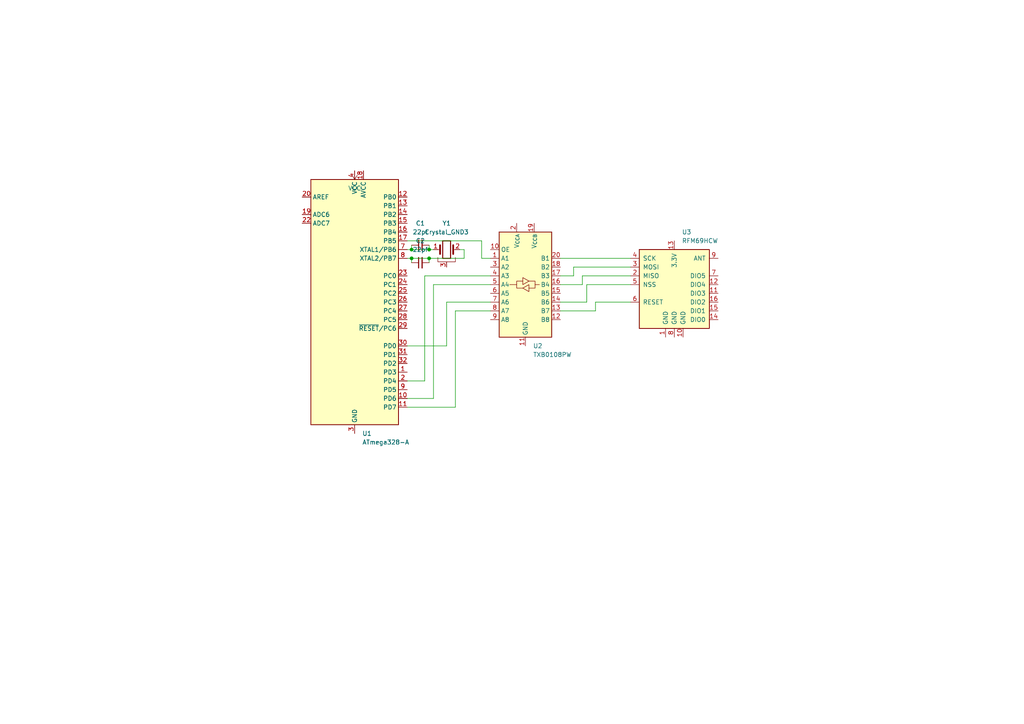
<source format=kicad_sch>
(kicad_sch
	(version 20231120)
	(generator "eeschema")
	(generator_version "8.0")
	(uuid "3e7488c1-c208-4089-bfed-6641a6c8f33f")
	(paper "A4")
	(lib_symbols
		(symbol "Device:C_Small"
			(pin_numbers hide)
			(pin_names
				(offset 0.254) hide)
			(exclude_from_sim no)
			(in_bom yes)
			(on_board yes)
			(property "Reference" "C"
				(at 0.254 1.778 0)
				(effects
					(font
						(size 1.27 1.27)
					)
					(justify left)
				)
			)
			(property "Value" "C_Small"
				(at 0.254 -2.032 0)
				(effects
					(font
						(size 1.27 1.27)
					)
					(justify left)
				)
			)
			(property "Footprint" ""
				(at 0 0 0)
				(effects
					(font
						(size 1.27 1.27)
					)
					(hide yes)
				)
			)
			(property "Datasheet" "~"
				(at 0 0 0)
				(effects
					(font
						(size 1.27 1.27)
					)
					(hide yes)
				)
			)
			(property "Description" "Unpolarized capacitor, small symbol"
				(at 0 0 0)
				(effects
					(font
						(size 1.27 1.27)
					)
					(hide yes)
				)
			)
			(property "ki_keywords" "capacitor cap"
				(at 0 0 0)
				(effects
					(font
						(size 1.27 1.27)
					)
					(hide yes)
				)
			)
			(property "ki_fp_filters" "C_*"
				(at 0 0 0)
				(effects
					(font
						(size 1.27 1.27)
					)
					(hide yes)
				)
			)
			(symbol "C_Small_0_1"
				(polyline
					(pts
						(xy -1.524 -0.508) (xy 1.524 -0.508)
					)
					(stroke
						(width 0.3302)
						(type default)
					)
					(fill
						(type none)
					)
				)
				(polyline
					(pts
						(xy -1.524 0.508) (xy 1.524 0.508)
					)
					(stroke
						(width 0.3048)
						(type default)
					)
					(fill
						(type none)
					)
				)
			)
			(symbol "C_Small_1_1"
				(pin passive line
					(at 0 2.54 270)
					(length 2.032)
					(name "~"
						(effects
							(font
								(size 1.27 1.27)
							)
						)
					)
					(number "1"
						(effects
							(font
								(size 1.27 1.27)
							)
						)
					)
				)
				(pin passive line
					(at 0 -2.54 90)
					(length 2.032)
					(name "~"
						(effects
							(font
								(size 1.27 1.27)
							)
						)
					)
					(number "2"
						(effects
							(font
								(size 1.27 1.27)
							)
						)
					)
				)
			)
		)
		(symbol "Device:Crystal_GND3"
			(pin_names
				(offset 1.016) hide)
			(exclude_from_sim no)
			(in_bom yes)
			(on_board yes)
			(property "Reference" "Y"
				(at 0 5.715 0)
				(effects
					(font
						(size 1.27 1.27)
					)
				)
			)
			(property "Value" "Crystal_GND3"
				(at 0 3.81 0)
				(effects
					(font
						(size 1.27 1.27)
					)
				)
			)
			(property "Footprint" ""
				(at 0 0 0)
				(effects
					(font
						(size 1.27 1.27)
					)
					(hide yes)
				)
			)
			(property "Datasheet" "~"
				(at 0 0 0)
				(effects
					(font
						(size 1.27 1.27)
					)
					(hide yes)
				)
			)
			(property "Description" "Three pin crystal, GND on pin 3"
				(at 0 0 0)
				(effects
					(font
						(size 1.27 1.27)
					)
					(hide yes)
				)
			)
			(property "ki_keywords" "quartz ceramic resonator oscillator"
				(at 0 0 0)
				(effects
					(font
						(size 1.27 1.27)
					)
					(hide yes)
				)
			)
			(property "ki_fp_filters" "Crystal*"
				(at 0 0 0)
				(effects
					(font
						(size 1.27 1.27)
					)
					(hide yes)
				)
			)
			(symbol "Crystal_GND3_0_1"
				(rectangle
					(start -1.143 2.54)
					(end 1.143 -2.54)
					(stroke
						(width 0.3048)
						(type default)
					)
					(fill
						(type none)
					)
				)
				(polyline
					(pts
						(xy -2.54 0) (xy -1.905 0)
					)
					(stroke
						(width 0)
						(type default)
					)
					(fill
						(type none)
					)
				)
				(polyline
					(pts
						(xy -1.905 -1.27) (xy -1.905 1.27)
					)
					(stroke
						(width 0.508)
						(type default)
					)
					(fill
						(type none)
					)
				)
				(polyline
					(pts
						(xy 0 -3.81) (xy 0 -3.556)
					)
					(stroke
						(width 0)
						(type default)
					)
					(fill
						(type none)
					)
				)
				(polyline
					(pts
						(xy 1.905 0) (xy 2.54 0)
					)
					(stroke
						(width 0)
						(type default)
					)
					(fill
						(type none)
					)
				)
				(polyline
					(pts
						(xy 1.905 1.27) (xy 1.905 -1.27)
					)
					(stroke
						(width 0.508)
						(type default)
					)
					(fill
						(type none)
					)
				)
				(polyline
					(pts
						(xy -2.54 -2.286) (xy -2.54 -3.556) (xy 2.54 -3.556) (xy 2.54 -2.286)
					)
					(stroke
						(width 0)
						(type default)
					)
					(fill
						(type none)
					)
				)
			)
			(symbol "Crystal_GND3_1_1"
				(pin passive line
					(at -3.81 0 0)
					(length 1.27)
					(name "1"
						(effects
							(font
								(size 1.27 1.27)
							)
						)
					)
					(number "1"
						(effects
							(font
								(size 1.27 1.27)
							)
						)
					)
				)
				(pin passive line
					(at 3.81 0 180)
					(length 1.27)
					(name "2"
						(effects
							(font
								(size 1.27 1.27)
							)
						)
					)
					(number "2"
						(effects
							(font
								(size 1.27 1.27)
							)
						)
					)
				)
				(pin passive line
					(at 0 -5.08 90)
					(length 1.27)
					(name "3"
						(effects
							(font
								(size 1.27 1.27)
							)
						)
					)
					(number "3"
						(effects
							(font
								(size 1.27 1.27)
							)
						)
					)
				)
			)
		)
		(symbol "Logic_LevelTranslator:TXB0108PW"
			(exclude_from_sim no)
			(in_bom yes)
			(on_board yes)
			(property "Reference" "U"
				(at -6.35 16.51 0)
				(effects
					(font
						(size 1.27 1.27)
					)
				)
			)
			(property "Value" "TXB0108PW"
				(at 3.81 16.51 0)
				(effects
					(font
						(size 1.27 1.27)
					)
					(justify left)
				)
			)
			(property "Footprint" "Package_SO:TSSOP-20_4.4x6.5mm_P0.65mm"
				(at 0 -19.05 0)
				(effects
					(font
						(size 1.27 1.27)
					)
					(hide yes)
				)
			)
			(property "Datasheet" "http://www.ti.com/lit/ds/symlink/txb0108.pdf"
				(at 0 -2.54 0)
				(effects
					(font
						(size 1.27 1.27)
					)
					(hide yes)
				)
			)
			(property "Description" "8-Bit Bidirectional Voltage-Level Translator, Auto Direction Sensing and ±15-kV ESD Protection, 1.2 - 3.6V APort, 1.65 - 5.5V BPort, TSSOP-20"
				(at 0 0 0)
				(effects
					(font
						(size 1.27 1.27)
					)
					(hide yes)
				)
			)
			(property "ki_keywords" "bidirectional voltage level translator"
				(at 0 0 0)
				(effects
					(font
						(size 1.27 1.27)
					)
					(hide yes)
				)
			)
			(property "ki_fp_filters" "TSSOP*4.4x6.5mm*P0.65mm*"
				(at 0 0 0)
				(effects
					(font
						(size 1.27 1.27)
					)
					(hide yes)
				)
			)
			(symbol "TXB0108PW_0_1"
				(rectangle
					(start -7.62 15.24)
					(end 7.62 -15.24)
					(stroke
						(width 0.254)
						(type default)
					)
					(fill
						(type background)
					)
				)
				(polyline
					(pts
						(xy -2.54 0) (xy -2.54 1.016) (xy -0.762 1.016)
					)
					(stroke
						(width 0)
						(type default)
					)
					(fill
						(type none)
					)
				)
				(polyline
					(pts
						(xy 2.794 0) (xy 2.794 -1.016) (xy 1.016 -1.016)
					)
					(stroke
						(width 0)
						(type default)
					)
					(fill
						(type none)
					)
				)
				(polyline
					(pts
						(xy -0.762 -1.016) (xy -2.54 -1.016) (xy -2.54 0) (xy -4.572 0)
					)
					(stroke
						(width 0)
						(type default)
					)
					(fill
						(type none)
					)
				)
				(polyline
					(pts
						(xy -0.762 -1.016) (xy 1.016 0) (xy 1.016 -2.032) (xy -0.762 -1.016)
					)
					(stroke
						(width 0)
						(type default)
					)
					(fill
						(type none)
					)
				)
				(polyline
					(pts
						(xy 1.016 1.016) (xy -0.762 0) (xy -0.762 2.032) (xy 1.016 1.016)
					)
					(stroke
						(width 0)
						(type default)
					)
					(fill
						(type none)
					)
				)
				(polyline
					(pts
						(xy 1.016 1.016) (xy 2.794 1.016) (xy 2.794 0) (xy 4.064 0)
					)
					(stroke
						(width 0)
						(type default)
					)
					(fill
						(type none)
					)
				)
			)
			(symbol "TXB0108PW_1_1"
				(pin bidirectional line
					(at -10.16 7.62 0)
					(length 2.54)
					(name "A1"
						(effects
							(font
								(size 1.27 1.27)
							)
						)
					)
					(number "1"
						(effects
							(font
								(size 1.27 1.27)
							)
						)
					)
				)
				(pin input line
					(at -10.16 10.16 0)
					(length 2.54)
					(name "OE"
						(effects
							(font
								(size 1.27 1.27)
							)
						)
					)
					(number "10"
						(effects
							(font
								(size 1.27 1.27)
							)
						)
					)
				)
				(pin power_in line
					(at 0 -17.78 90)
					(length 2.54)
					(name "GND"
						(effects
							(font
								(size 1.27 1.27)
							)
						)
					)
					(number "11"
						(effects
							(font
								(size 1.27 1.27)
							)
						)
					)
				)
				(pin bidirectional line
					(at 10.16 -10.16 180)
					(length 2.54)
					(name "B8"
						(effects
							(font
								(size 1.27 1.27)
							)
						)
					)
					(number "12"
						(effects
							(font
								(size 1.27 1.27)
							)
						)
					)
				)
				(pin bidirectional line
					(at 10.16 -7.62 180)
					(length 2.54)
					(name "B7"
						(effects
							(font
								(size 1.27 1.27)
							)
						)
					)
					(number "13"
						(effects
							(font
								(size 1.27 1.27)
							)
						)
					)
				)
				(pin bidirectional line
					(at 10.16 -5.08 180)
					(length 2.54)
					(name "B6"
						(effects
							(font
								(size 1.27 1.27)
							)
						)
					)
					(number "14"
						(effects
							(font
								(size 1.27 1.27)
							)
						)
					)
				)
				(pin bidirectional line
					(at 10.16 -2.54 180)
					(length 2.54)
					(name "B5"
						(effects
							(font
								(size 1.27 1.27)
							)
						)
					)
					(number "15"
						(effects
							(font
								(size 1.27 1.27)
							)
						)
					)
				)
				(pin bidirectional line
					(at 10.16 0 180)
					(length 2.54)
					(name "B4"
						(effects
							(font
								(size 1.27 1.27)
							)
						)
					)
					(number "16"
						(effects
							(font
								(size 1.27 1.27)
							)
						)
					)
				)
				(pin bidirectional line
					(at 10.16 2.54 180)
					(length 2.54)
					(name "B3"
						(effects
							(font
								(size 1.27 1.27)
							)
						)
					)
					(number "17"
						(effects
							(font
								(size 1.27 1.27)
							)
						)
					)
				)
				(pin bidirectional line
					(at 10.16 5.08 180)
					(length 2.54)
					(name "B2"
						(effects
							(font
								(size 1.27 1.27)
							)
						)
					)
					(number "18"
						(effects
							(font
								(size 1.27 1.27)
							)
						)
					)
				)
				(pin power_in line
					(at 2.54 17.78 270)
					(length 2.54)
					(name "V_{CCB}"
						(effects
							(font
								(size 1.27 1.27)
							)
						)
					)
					(number "19"
						(effects
							(font
								(size 1.27 1.27)
							)
						)
					)
				)
				(pin power_in line
					(at -2.54 17.78 270)
					(length 2.54)
					(name "V_{CCA}"
						(effects
							(font
								(size 1.27 1.27)
							)
						)
					)
					(number "2"
						(effects
							(font
								(size 1.27 1.27)
							)
						)
					)
				)
				(pin bidirectional line
					(at 10.16 7.62 180)
					(length 2.54)
					(name "B1"
						(effects
							(font
								(size 1.27 1.27)
							)
						)
					)
					(number "20"
						(effects
							(font
								(size 1.27 1.27)
							)
						)
					)
				)
				(pin bidirectional line
					(at -10.16 5.08 0)
					(length 2.54)
					(name "A2"
						(effects
							(font
								(size 1.27 1.27)
							)
						)
					)
					(number "3"
						(effects
							(font
								(size 1.27 1.27)
							)
						)
					)
				)
				(pin bidirectional line
					(at -10.16 2.54 0)
					(length 2.54)
					(name "A3"
						(effects
							(font
								(size 1.27 1.27)
							)
						)
					)
					(number "4"
						(effects
							(font
								(size 1.27 1.27)
							)
						)
					)
				)
				(pin bidirectional line
					(at -10.16 0 0)
					(length 2.54)
					(name "A4"
						(effects
							(font
								(size 1.27 1.27)
							)
						)
					)
					(number "5"
						(effects
							(font
								(size 1.27 1.27)
							)
						)
					)
				)
				(pin bidirectional line
					(at -10.16 -2.54 0)
					(length 2.54)
					(name "A5"
						(effects
							(font
								(size 1.27 1.27)
							)
						)
					)
					(number "6"
						(effects
							(font
								(size 1.27 1.27)
							)
						)
					)
				)
				(pin bidirectional line
					(at -10.16 -5.08 0)
					(length 2.54)
					(name "A6"
						(effects
							(font
								(size 1.27 1.27)
							)
						)
					)
					(number "7"
						(effects
							(font
								(size 1.27 1.27)
							)
						)
					)
				)
				(pin bidirectional line
					(at -10.16 -7.62 0)
					(length 2.54)
					(name "A7"
						(effects
							(font
								(size 1.27 1.27)
							)
						)
					)
					(number "8"
						(effects
							(font
								(size 1.27 1.27)
							)
						)
					)
				)
				(pin bidirectional line
					(at -10.16 -10.16 0)
					(length 2.54)
					(name "A8"
						(effects
							(font
								(size 1.27 1.27)
							)
						)
					)
					(number "9"
						(effects
							(font
								(size 1.27 1.27)
							)
						)
					)
				)
			)
		)
		(symbol "MCU_Microchip_ATmega:ATmega328-A"
			(exclude_from_sim no)
			(in_bom yes)
			(on_board yes)
			(property "Reference" "U"
				(at -12.7 36.83 0)
				(effects
					(font
						(size 1.27 1.27)
					)
					(justify left bottom)
				)
			)
			(property "Value" "ATmega328-A"
				(at 2.54 -36.83 0)
				(effects
					(font
						(size 1.27 1.27)
					)
					(justify left top)
				)
			)
			(property "Footprint" "Package_QFP:TQFP-32_7x7mm_P0.8mm"
				(at 0 0 0)
				(effects
					(font
						(size 1.27 1.27)
						(italic yes)
					)
					(hide yes)
				)
			)
			(property "Datasheet" "http://ww1.microchip.com/downloads/en/DeviceDoc/ATmega328_P%20AVR%20MCU%20with%20picoPower%20Technology%20Data%20Sheet%2040001984A.pdf"
				(at 0 0 0)
				(effects
					(font
						(size 1.27 1.27)
					)
					(hide yes)
				)
			)
			(property "Description" "20MHz, 32kB Flash, 2kB SRAM, 1kB EEPROM, TQFP-32"
				(at 0 0 0)
				(effects
					(font
						(size 1.27 1.27)
					)
					(hide yes)
				)
			)
			(property "ki_keywords" "AVR 8bit Microcontroller MegaAVR"
				(at 0 0 0)
				(effects
					(font
						(size 1.27 1.27)
					)
					(hide yes)
				)
			)
			(property "ki_fp_filters" "TQFP*7x7mm*P0.8mm*"
				(at 0 0 0)
				(effects
					(font
						(size 1.27 1.27)
					)
					(hide yes)
				)
			)
			(symbol "ATmega328-A_0_1"
				(rectangle
					(start -12.7 -35.56)
					(end 12.7 35.56)
					(stroke
						(width 0.254)
						(type default)
					)
					(fill
						(type background)
					)
				)
			)
			(symbol "ATmega328-A_1_1"
				(pin bidirectional line
					(at 15.24 -20.32 180)
					(length 2.54)
					(name "PD3"
						(effects
							(font
								(size 1.27 1.27)
							)
						)
					)
					(number "1"
						(effects
							(font
								(size 1.27 1.27)
							)
						)
					)
				)
				(pin bidirectional line
					(at 15.24 -27.94 180)
					(length 2.54)
					(name "PD6"
						(effects
							(font
								(size 1.27 1.27)
							)
						)
					)
					(number "10"
						(effects
							(font
								(size 1.27 1.27)
							)
						)
					)
				)
				(pin bidirectional line
					(at 15.24 -30.48 180)
					(length 2.54)
					(name "PD7"
						(effects
							(font
								(size 1.27 1.27)
							)
						)
					)
					(number "11"
						(effects
							(font
								(size 1.27 1.27)
							)
						)
					)
				)
				(pin bidirectional line
					(at 15.24 30.48 180)
					(length 2.54)
					(name "PB0"
						(effects
							(font
								(size 1.27 1.27)
							)
						)
					)
					(number "12"
						(effects
							(font
								(size 1.27 1.27)
							)
						)
					)
				)
				(pin bidirectional line
					(at 15.24 27.94 180)
					(length 2.54)
					(name "PB1"
						(effects
							(font
								(size 1.27 1.27)
							)
						)
					)
					(number "13"
						(effects
							(font
								(size 1.27 1.27)
							)
						)
					)
				)
				(pin bidirectional line
					(at 15.24 25.4 180)
					(length 2.54)
					(name "PB2"
						(effects
							(font
								(size 1.27 1.27)
							)
						)
					)
					(number "14"
						(effects
							(font
								(size 1.27 1.27)
							)
						)
					)
				)
				(pin bidirectional line
					(at 15.24 22.86 180)
					(length 2.54)
					(name "PB3"
						(effects
							(font
								(size 1.27 1.27)
							)
						)
					)
					(number "15"
						(effects
							(font
								(size 1.27 1.27)
							)
						)
					)
				)
				(pin bidirectional line
					(at 15.24 20.32 180)
					(length 2.54)
					(name "PB4"
						(effects
							(font
								(size 1.27 1.27)
							)
						)
					)
					(number "16"
						(effects
							(font
								(size 1.27 1.27)
							)
						)
					)
				)
				(pin bidirectional line
					(at 15.24 17.78 180)
					(length 2.54)
					(name "PB5"
						(effects
							(font
								(size 1.27 1.27)
							)
						)
					)
					(number "17"
						(effects
							(font
								(size 1.27 1.27)
							)
						)
					)
				)
				(pin power_in line
					(at 2.54 38.1 270)
					(length 2.54)
					(name "AVCC"
						(effects
							(font
								(size 1.27 1.27)
							)
						)
					)
					(number "18"
						(effects
							(font
								(size 1.27 1.27)
							)
						)
					)
				)
				(pin input line
					(at -15.24 25.4 0)
					(length 2.54)
					(name "ADC6"
						(effects
							(font
								(size 1.27 1.27)
							)
						)
					)
					(number "19"
						(effects
							(font
								(size 1.27 1.27)
							)
						)
					)
				)
				(pin bidirectional line
					(at 15.24 -22.86 180)
					(length 2.54)
					(name "PD4"
						(effects
							(font
								(size 1.27 1.27)
							)
						)
					)
					(number "2"
						(effects
							(font
								(size 1.27 1.27)
							)
						)
					)
				)
				(pin passive line
					(at -15.24 30.48 0)
					(length 2.54)
					(name "AREF"
						(effects
							(font
								(size 1.27 1.27)
							)
						)
					)
					(number "20"
						(effects
							(font
								(size 1.27 1.27)
							)
						)
					)
				)
				(pin passive line
					(at 0 -38.1 90)
					(length 2.54) hide
					(name "GND"
						(effects
							(font
								(size 1.27 1.27)
							)
						)
					)
					(number "21"
						(effects
							(font
								(size 1.27 1.27)
							)
						)
					)
				)
				(pin input line
					(at -15.24 22.86 0)
					(length 2.54)
					(name "ADC7"
						(effects
							(font
								(size 1.27 1.27)
							)
						)
					)
					(number "22"
						(effects
							(font
								(size 1.27 1.27)
							)
						)
					)
				)
				(pin bidirectional line
					(at 15.24 7.62 180)
					(length 2.54)
					(name "PC0"
						(effects
							(font
								(size 1.27 1.27)
							)
						)
					)
					(number "23"
						(effects
							(font
								(size 1.27 1.27)
							)
						)
					)
				)
				(pin bidirectional line
					(at 15.24 5.08 180)
					(length 2.54)
					(name "PC1"
						(effects
							(font
								(size 1.27 1.27)
							)
						)
					)
					(number "24"
						(effects
							(font
								(size 1.27 1.27)
							)
						)
					)
				)
				(pin bidirectional line
					(at 15.24 2.54 180)
					(length 2.54)
					(name "PC2"
						(effects
							(font
								(size 1.27 1.27)
							)
						)
					)
					(number "25"
						(effects
							(font
								(size 1.27 1.27)
							)
						)
					)
				)
				(pin bidirectional line
					(at 15.24 0 180)
					(length 2.54)
					(name "PC3"
						(effects
							(font
								(size 1.27 1.27)
							)
						)
					)
					(number "26"
						(effects
							(font
								(size 1.27 1.27)
							)
						)
					)
				)
				(pin bidirectional line
					(at 15.24 -2.54 180)
					(length 2.54)
					(name "PC4"
						(effects
							(font
								(size 1.27 1.27)
							)
						)
					)
					(number "27"
						(effects
							(font
								(size 1.27 1.27)
							)
						)
					)
				)
				(pin bidirectional line
					(at 15.24 -5.08 180)
					(length 2.54)
					(name "PC5"
						(effects
							(font
								(size 1.27 1.27)
							)
						)
					)
					(number "28"
						(effects
							(font
								(size 1.27 1.27)
							)
						)
					)
				)
				(pin bidirectional line
					(at 15.24 -7.62 180)
					(length 2.54)
					(name "~{RESET}/PC6"
						(effects
							(font
								(size 1.27 1.27)
							)
						)
					)
					(number "29"
						(effects
							(font
								(size 1.27 1.27)
							)
						)
					)
				)
				(pin power_in line
					(at 0 -38.1 90)
					(length 2.54)
					(name "GND"
						(effects
							(font
								(size 1.27 1.27)
							)
						)
					)
					(number "3"
						(effects
							(font
								(size 1.27 1.27)
							)
						)
					)
				)
				(pin bidirectional line
					(at 15.24 -12.7 180)
					(length 2.54)
					(name "PD0"
						(effects
							(font
								(size 1.27 1.27)
							)
						)
					)
					(number "30"
						(effects
							(font
								(size 1.27 1.27)
							)
						)
					)
				)
				(pin bidirectional line
					(at 15.24 -15.24 180)
					(length 2.54)
					(name "PD1"
						(effects
							(font
								(size 1.27 1.27)
							)
						)
					)
					(number "31"
						(effects
							(font
								(size 1.27 1.27)
							)
						)
					)
				)
				(pin bidirectional line
					(at 15.24 -17.78 180)
					(length 2.54)
					(name "PD2"
						(effects
							(font
								(size 1.27 1.27)
							)
						)
					)
					(number "32"
						(effects
							(font
								(size 1.27 1.27)
							)
						)
					)
				)
				(pin power_in line
					(at 0 38.1 270)
					(length 2.54)
					(name "VCC"
						(effects
							(font
								(size 1.27 1.27)
							)
						)
					)
					(number "4"
						(effects
							(font
								(size 1.27 1.27)
							)
						)
					)
				)
				(pin passive line
					(at 0 -38.1 90)
					(length 2.54) hide
					(name "GND"
						(effects
							(font
								(size 1.27 1.27)
							)
						)
					)
					(number "5"
						(effects
							(font
								(size 1.27 1.27)
							)
						)
					)
				)
				(pin passive line
					(at 0 38.1 270)
					(length 2.54) hide
					(name "VCC"
						(effects
							(font
								(size 1.27 1.27)
							)
						)
					)
					(number "6"
						(effects
							(font
								(size 1.27 1.27)
							)
						)
					)
				)
				(pin bidirectional line
					(at 15.24 15.24 180)
					(length 2.54)
					(name "XTAL1/PB6"
						(effects
							(font
								(size 1.27 1.27)
							)
						)
					)
					(number "7"
						(effects
							(font
								(size 1.27 1.27)
							)
						)
					)
				)
				(pin bidirectional line
					(at 15.24 12.7 180)
					(length 2.54)
					(name "XTAL2/PB7"
						(effects
							(font
								(size 1.27 1.27)
							)
						)
					)
					(number "8"
						(effects
							(font
								(size 1.27 1.27)
							)
						)
					)
				)
				(pin bidirectional line
					(at 15.24 -25.4 180)
					(length 2.54)
					(name "PD5"
						(effects
							(font
								(size 1.27 1.27)
							)
						)
					)
					(number "9"
						(effects
							(font
								(size 1.27 1.27)
							)
						)
					)
				)
			)
		)
		(symbol "RF_Module:RFM69HCW"
			(pin_names
				(offset 1.016)
			)
			(exclude_from_sim no)
			(in_bom yes)
			(on_board yes)
			(property "Reference" "U"
				(at -10.414 11.684 0)
				(effects
					(font
						(size 1.27 1.27)
					)
					(justify left)
				)
			)
			(property "Value" "RFM69HCW"
				(at 1.524 11.43 0)
				(effects
					(font
						(size 1.27 1.27)
					)
					(justify left)
				)
			)
			(property "Footprint" ""
				(at -83.82 41.91 0)
				(effects
					(font
						(size 1.27 1.27)
					)
					(hide yes)
				)
			)
			(property "Datasheet" "https://www.hoperf.com/data/upload/portal/20181127/5bfcb8284d838.pdf"
				(at -83.82 41.91 0)
				(effects
					(font
						(size 1.27 1.27)
					)
					(hide yes)
				)
			)
			(property "Description" "Low power ISM Radio Transceiver Module, SPI interface, AES encryption, 434 or 915 MHz, up to 100mW, up to 300 kb/s, SMD-16, DIP-16"
				(at 0 0 0)
				(effects
					(font
						(size 1.27 1.27)
					)
					(hide yes)
				)
			)
			(property "ki_keywords" "low power Radio ISM Transceiver Module AES encryption SPI HopeRF"
				(at 0 0 0)
				(effects
					(font
						(size 1.27 1.27)
					)
					(hide yes)
				)
			)
			(property "ki_fp_filters" "HOPERF*RFM9XW*"
				(at 0 0 0)
				(effects
					(font
						(size 1.27 1.27)
					)
					(hide yes)
				)
			)
			(symbol "RFM69HCW_0_1"
				(rectangle
					(start -10.16 10.16)
					(end 10.16 -12.7)
					(stroke
						(width 0.254)
						(type default)
					)
					(fill
						(type background)
					)
				)
			)
			(symbol "RFM69HCW_1_1"
				(pin power_in line
					(at -2.54 -15.24 90)
					(length 2.54)
					(name "GND"
						(effects
							(font
								(size 1.27 1.27)
							)
						)
					)
					(number "1"
						(effects
							(font
								(size 1.27 1.27)
							)
						)
					)
				)
				(pin power_in line
					(at 2.54 -15.24 90)
					(length 2.54)
					(name "GND"
						(effects
							(font
								(size 1.27 1.27)
							)
						)
					)
					(number "10"
						(effects
							(font
								(size 1.27 1.27)
							)
						)
					)
				)
				(pin bidirectional line
					(at 12.7 -2.54 180)
					(length 2.54)
					(name "DIO3"
						(effects
							(font
								(size 1.27 1.27)
							)
						)
					)
					(number "11"
						(effects
							(font
								(size 1.27 1.27)
							)
						)
					)
				)
				(pin bidirectional line
					(at 12.7 0 180)
					(length 2.54)
					(name "DIO4"
						(effects
							(font
								(size 1.27 1.27)
							)
						)
					)
					(number "12"
						(effects
							(font
								(size 1.27 1.27)
							)
						)
					)
				)
				(pin power_in line
					(at 0 12.7 270)
					(length 2.54)
					(name "3.3V"
						(effects
							(font
								(size 1.27 1.27)
							)
						)
					)
					(number "13"
						(effects
							(font
								(size 1.27 1.27)
							)
						)
					)
				)
				(pin bidirectional line
					(at 12.7 -10.16 180)
					(length 2.54)
					(name "DIO0"
						(effects
							(font
								(size 1.27 1.27)
							)
						)
					)
					(number "14"
						(effects
							(font
								(size 1.27 1.27)
							)
						)
					)
				)
				(pin bidirectional line
					(at 12.7 -7.62 180)
					(length 2.54)
					(name "DIO1"
						(effects
							(font
								(size 1.27 1.27)
							)
						)
					)
					(number "15"
						(effects
							(font
								(size 1.27 1.27)
							)
						)
					)
				)
				(pin bidirectional line
					(at 12.7 -5.08 180)
					(length 2.54)
					(name "DIO2"
						(effects
							(font
								(size 1.27 1.27)
							)
						)
					)
					(number "16"
						(effects
							(font
								(size 1.27 1.27)
							)
						)
					)
				)
				(pin output line
					(at -12.7 2.54 0)
					(length 2.54)
					(name "MISO"
						(effects
							(font
								(size 1.27 1.27)
							)
						)
					)
					(number "2"
						(effects
							(font
								(size 1.27 1.27)
							)
						)
					)
				)
				(pin input line
					(at -12.7 5.08 0)
					(length 2.54)
					(name "MOSI"
						(effects
							(font
								(size 1.27 1.27)
							)
						)
					)
					(number "3"
						(effects
							(font
								(size 1.27 1.27)
							)
						)
					)
				)
				(pin input line
					(at -12.7 7.62 0)
					(length 2.54)
					(name "SCK"
						(effects
							(font
								(size 1.27 1.27)
							)
						)
					)
					(number "4"
						(effects
							(font
								(size 1.27 1.27)
							)
						)
					)
				)
				(pin input line
					(at -12.7 0 0)
					(length 2.54)
					(name "NSS"
						(effects
							(font
								(size 1.27 1.27)
							)
						)
					)
					(number "5"
						(effects
							(font
								(size 1.27 1.27)
							)
						)
					)
				)
				(pin bidirectional line
					(at -12.7 -5.08 0)
					(length 2.54)
					(name "RESET"
						(effects
							(font
								(size 1.27 1.27)
							)
						)
					)
					(number "6"
						(effects
							(font
								(size 1.27 1.27)
							)
						)
					)
				)
				(pin bidirectional line
					(at 12.7 2.54 180)
					(length 2.54)
					(name "DIO5"
						(effects
							(font
								(size 1.27 1.27)
							)
						)
					)
					(number "7"
						(effects
							(font
								(size 1.27 1.27)
							)
						)
					)
				)
				(pin power_in line
					(at 0 -15.24 90)
					(length 2.54)
					(name "GND"
						(effects
							(font
								(size 1.27 1.27)
							)
						)
					)
					(number "8"
						(effects
							(font
								(size 1.27 1.27)
							)
						)
					)
				)
				(pin bidirectional line
					(at 12.7 7.62 180)
					(length 2.54)
					(name "ANT"
						(effects
							(font
								(size 1.27 1.27)
							)
						)
					)
					(number "9"
						(effects
							(font
								(size 1.27 1.27)
							)
						)
					)
				)
			)
		)
		(symbol "power:VCC"
			(power)
			(pin_numbers hide)
			(pin_names
				(offset 0) hide)
			(exclude_from_sim no)
			(in_bom yes)
			(on_board yes)
			(property "Reference" "#PWR"
				(at 0 -3.81 0)
				(effects
					(font
						(size 1.27 1.27)
					)
					(hide yes)
				)
			)
			(property "Value" "VCC"
				(at 0 3.556 0)
				(effects
					(font
						(size 1.27 1.27)
					)
				)
			)
			(property "Footprint" ""
				(at 0 0 0)
				(effects
					(font
						(size 1.27 1.27)
					)
					(hide yes)
				)
			)
			(property "Datasheet" ""
				(at 0 0 0)
				(effects
					(font
						(size 1.27 1.27)
					)
					(hide yes)
				)
			)
			(property "Description" "Power symbol creates a global label with name \"VCC\""
				(at 0 0 0)
				(effects
					(font
						(size 1.27 1.27)
					)
					(hide yes)
				)
			)
			(property "ki_keywords" "global power"
				(at 0 0 0)
				(effects
					(font
						(size 1.27 1.27)
					)
					(hide yes)
				)
			)
			(symbol "VCC_0_1"
				(polyline
					(pts
						(xy -0.762 1.27) (xy 0 2.54)
					)
					(stroke
						(width 0)
						(type default)
					)
					(fill
						(type none)
					)
				)
				(polyline
					(pts
						(xy 0 0) (xy 0 2.54)
					)
					(stroke
						(width 0)
						(type default)
					)
					(fill
						(type none)
					)
				)
				(polyline
					(pts
						(xy 0 2.54) (xy 0.762 1.27)
					)
					(stroke
						(width 0)
						(type default)
					)
					(fill
						(type none)
					)
				)
			)
			(symbol "VCC_1_1"
				(pin power_in line
					(at 0 0 90)
					(length 0)
					(name "~"
						(effects
							(font
								(size 1.27 1.27)
							)
						)
					)
					(number "1"
						(effects
							(font
								(size 1.27 1.27)
							)
						)
					)
				)
			)
		)
	)
	(junction
		(at 119.38 74.93)
		(diameter 0)
		(color 0 0 0 0)
		(uuid "6a0ae785-dbee-4b79-85cb-67530795e188")
	)
	(junction
		(at 119.38 72.39)
		(diameter 0)
		(color 0 0 0 0)
		(uuid "b1405f4d-1ea8-4760-841b-a87674066a13")
	)
	(junction
		(at 124.46 72.39)
		(diameter 0)
		(color 0 0 0 0)
		(uuid "d680ae48-eff8-4f36-8c7b-87642e82f262")
	)
	(junction
		(at 124.46 74.93)
		(diameter 0)
		(color 0 0 0 0)
		(uuid "d9e0b6a1-884e-4194-a9fb-bf4c61d0bd1a")
	)
	(wire
		(pts
			(xy 166.37 77.47) (xy 166.37 80.01)
		)
		(stroke
			(width 0)
			(type default)
		)
		(uuid "01cbc009-3f26-43a1-8ed0-1add505a4fec")
	)
	(wire
		(pts
			(xy 124.46 71.12) (xy 124.46 72.39)
		)
		(stroke
			(width 0)
			(type default)
		)
		(uuid "092a867a-75cf-4717-b5bb-3ddf0a5fa1b5")
	)
	(wire
		(pts
			(xy 166.37 80.01) (xy 162.56 80.01)
		)
		(stroke
			(width 0)
			(type default)
		)
		(uuid "124a5f72-0f4e-4dbb-95d9-e38fb17ec0c7")
	)
	(wire
		(pts
			(xy 168.91 80.01) (xy 168.91 82.55)
		)
		(stroke
			(width 0)
			(type default)
		)
		(uuid "177dacf4-bcd2-43c7-acdd-1550c5a7d8fc")
	)
	(wire
		(pts
			(xy 142.24 90.17) (xy 132.08 90.17)
		)
		(stroke
			(width 0)
			(type default)
		)
		(uuid "1c94aa02-584b-460d-8177-37c8c851ccfe")
	)
	(wire
		(pts
			(xy 172.72 87.63) (xy 172.72 90.17)
		)
		(stroke
			(width 0)
			(type default)
		)
		(uuid "2ca2e84c-3aa7-4e26-8853-a81138892325")
	)
	(wire
		(pts
			(xy 133.35 72.39) (xy 134.62 72.39)
		)
		(stroke
			(width 0)
			(type default)
		)
		(uuid "2ced07da-4781-45d7-b7dc-c8dfe2171bcc")
	)
	(wire
		(pts
			(xy 124.46 74.93) (xy 134.62 74.93)
		)
		(stroke
			(width 0)
			(type default)
		)
		(uuid "3178bd4d-0c3f-4745-8d54-a234823e946a")
	)
	(wire
		(pts
			(xy 125.73 82.55) (xy 125.73 115.57)
		)
		(stroke
			(width 0)
			(type default)
		)
		(uuid "3370b30d-4448-46be-b277-28a16635e761")
	)
	(wire
		(pts
			(xy 172.72 90.17) (xy 162.56 90.17)
		)
		(stroke
			(width 0)
			(type default)
		)
		(uuid "3dcd8767-e0c7-45d0-a37e-ce358c7bea82")
	)
	(wire
		(pts
			(xy 182.88 87.63) (xy 172.72 87.63)
		)
		(stroke
			(width 0)
			(type default)
		)
		(uuid "4fda7147-06aa-4140-b346-06a6bdfabb29")
	)
	(wire
		(pts
			(xy 124.46 72.39) (xy 125.73 72.39)
		)
		(stroke
			(width 0)
			(type default)
		)
		(uuid "5b3ef925-0e4d-4bb6-bbf6-e91f9bda38dd")
	)
	(wire
		(pts
			(xy 134.62 74.93) (xy 134.62 72.39)
		)
		(stroke
			(width 0)
			(type default)
		)
		(uuid "66a9e751-09a8-4fbd-b149-8b602c4b7d63")
	)
	(wire
		(pts
			(xy 132.08 90.17) (xy 132.08 118.11)
		)
		(stroke
			(width 0)
			(type default)
		)
		(uuid "6d9085de-20ad-4ac8-b64e-f48b132db5fe")
	)
	(wire
		(pts
			(xy 139.7 69.85) (xy 118.11 69.85)
		)
		(stroke
			(width 0)
			(type default)
		)
		(uuid "6f5bfbc2-926c-4866-a4f5-7c8108e1e8e1")
	)
	(wire
		(pts
			(xy 119.38 74.93) (xy 119.38 76.2)
		)
		(stroke
			(width 0)
			(type default)
		)
		(uuid "71ba7f96-f299-4572-99eb-fbbd04e66ead")
	)
	(wire
		(pts
			(xy 119.38 74.93) (xy 124.46 74.93)
		)
		(stroke
			(width 0)
			(type default)
		)
		(uuid "7281a2f6-09a5-431f-9c20-7b3ec2998377")
	)
	(wire
		(pts
			(xy 168.91 82.55) (xy 162.56 82.55)
		)
		(stroke
			(width 0)
			(type default)
		)
		(uuid "7cfda6b8-0c8d-4568-827e-b17b3773147d")
	)
	(wire
		(pts
			(xy 123.19 80.01) (xy 123.19 110.49)
		)
		(stroke
			(width 0)
			(type default)
		)
		(uuid "82693e5b-5bdc-466a-bd1c-7d362a892f34")
	)
	(wire
		(pts
			(xy 139.7 74.93) (xy 139.7 69.85)
		)
		(stroke
			(width 0)
			(type default)
		)
		(uuid "8c03b3ca-a1f9-450e-a0a6-3d1d0e1fadb7")
	)
	(wire
		(pts
			(xy 119.38 72.39) (xy 124.46 72.39)
		)
		(stroke
			(width 0)
			(type default)
		)
		(uuid "8d7b6525-4030-49f0-a73c-1ed5ed2df553")
	)
	(wire
		(pts
			(xy 182.88 77.47) (xy 166.37 77.47)
		)
		(stroke
			(width 0)
			(type default)
		)
		(uuid "8feb806f-25c6-4680-909e-f1a0b5e4e7db")
	)
	(wire
		(pts
			(xy 132.08 118.11) (xy 118.11 118.11)
		)
		(stroke
			(width 0)
			(type default)
		)
		(uuid "9cc6b318-ccc6-4af8-956a-3adc9d0325f4")
	)
	(wire
		(pts
			(xy 142.24 74.93) (xy 139.7 74.93)
		)
		(stroke
			(width 0)
			(type default)
		)
		(uuid "a303d968-3f45-4c50-ad77-2e4580ec1b37")
	)
	(wire
		(pts
			(xy 162.56 87.63) (xy 170.18 87.63)
		)
		(stroke
			(width 0)
			(type default)
		)
		(uuid "a56cdf08-60fe-44f2-8395-f426434e84b1")
	)
	(wire
		(pts
			(xy 142.24 80.01) (xy 123.19 80.01)
		)
		(stroke
			(width 0)
			(type default)
		)
		(uuid "a8450b9f-a7e6-4580-bec5-e1be6c6b215a")
	)
	(wire
		(pts
			(xy 123.19 110.49) (xy 118.11 110.49)
		)
		(stroke
			(width 0)
			(type default)
		)
		(uuid "b3ea22c0-cc7a-4232-88ac-13ef4d60c45a")
	)
	(wire
		(pts
			(xy 118.11 72.39) (xy 119.38 72.39)
		)
		(stroke
			(width 0)
			(type default)
		)
		(uuid "b682e311-9445-40f5-b9ed-511232c8e2f6")
	)
	(wire
		(pts
			(xy 170.18 82.55) (xy 170.18 87.63)
		)
		(stroke
			(width 0)
			(type default)
		)
		(uuid "b6b1f672-0084-4dda-a956-2fb25889fbb6")
	)
	(wire
		(pts
			(xy 125.73 115.57) (xy 118.11 115.57)
		)
		(stroke
			(width 0)
			(type default)
		)
		(uuid "b8efaeb0-5e50-4a86-b02d-17c6cc3dd7fe")
	)
	(wire
		(pts
			(xy 182.88 80.01) (xy 168.91 80.01)
		)
		(stroke
			(width 0)
			(type default)
		)
		(uuid "b9d5c8f8-728b-4722-8fab-502f18abf6db")
	)
	(wire
		(pts
			(xy 118.11 74.93) (xy 119.38 74.93)
		)
		(stroke
			(width 0)
			(type default)
		)
		(uuid "c82abed9-9314-4800-9438-fdd4890c771f")
	)
	(wire
		(pts
			(xy 129.54 100.33) (xy 118.11 100.33)
		)
		(stroke
			(width 0)
			(type default)
		)
		(uuid "dd53bb9f-e3c7-4964-b5b3-48c1c1cf25d6")
	)
	(wire
		(pts
			(xy 182.88 82.55) (xy 170.18 82.55)
		)
		(stroke
			(width 0)
			(type default)
		)
		(uuid "e5102dfe-47b7-46f2-b899-c3e2411fc8ec")
	)
	(wire
		(pts
			(xy 119.38 71.12) (xy 119.38 72.39)
		)
		(stroke
			(width 0)
			(type default)
		)
		(uuid "e716e56e-c215-49ae-abda-7f2a8665f5a6")
	)
	(wire
		(pts
			(xy 124.46 74.93) (xy 124.46 76.2)
		)
		(stroke
			(width 0)
			(type default)
		)
		(uuid "eb250f7b-e0a2-4006-b14e-7849a3389b14")
	)
	(wire
		(pts
			(xy 182.88 74.93) (xy 162.56 74.93)
		)
		(stroke
			(width 0)
			(type default)
		)
		(uuid "f1e8f6e1-1cfd-4f78-a75d-81b2dc72eac1")
	)
	(wire
		(pts
			(xy 142.24 82.55) (xy 125.73 82.55)
		)
		(stroke
			(width 0)
			(type default)
		)
		(uuid "f480e052-ba35-4258-82aa-c0cea319be34")
	)
	(wire
		(pts
			(xy 142.24 87.63) (xy 129.54 87.63)
		)
		(stroke
			(width 0)
			(type default)
		)
		(uuid "fd906595-47f0-45b6-a5e6-57a7b13ebd20")
	)
	(wire
		(pts
			(xy 129.54 87.63) (xy 129.54 100.33)
		)
		(stroke
			(width 0)
			(type default)
		)
		(uuid "fe88bdb1-e295-4b2f-8ded-e422551c5916")
	)
	(symbol
		(lib_id "Device:C_Small")
		(at 121.92 71.12 90)
		(unit 1)
		(exclude_from_sim no)
		(in_bom yes)
		(on_board yes)
		(dnp no)
		(fields_autoplaced yes)
		(uuid "0a29f063-14de-472a-acb7-6421088677a0")
		(property "Reference" "C1"
			(at 121.9263 64.77 90)
			(effects
				(font
					(size 1.27 1.27)
				)
			)
		)
		(property "Value" "22pf"
			(at 121.9263 67.31 90)
			(effects
				(font
					(size 1.27 1.27)
				)
			)
		)
		(property "Footprint" "Capacitor_SMD:CP_Elec_3x5.3"
			(at 121.92 71.12 0)
			(effects
				(font
					(size 1.27 1.27)
				)
				(hide yes)
			)
		)
		(property "Datasheet" "~"
			(at 121.92 71.12 0)
			(effects
				(font
					(size 1.27 1.27)
				)
				(hide yes)
			)
		)
		(property "Description" "Unpolarized capacitor, small symbol"
			(at 121.92 71.12 0)
			(effects
				(font
					(size 1.27 1.27)
				)
				(hide yes)
			)
		)
		(pin "2"
			(uuid "0b8f4b7e-873c-4f91-9527-d10f0c0eb8ec")
		)
		(pin "1"
			(uuid "736207a5-5569-4b68-aa90-652afc626555")
		)
		(instances
			(project "triangulation"
				(path "/3e7488c1-c208-4089-bfed-6641a6c8f33f"
					(reference "C1")
					(unit 1)
				)
			)
		)
	)
	(symbol
		(lib_id "Device:C_Small")
		(at 121.92 76.2 90)
		(unit 1)
		(exclude_from_sim no)
		(in_bom yes)
		(on_board yes)
		(dnp no)
		(fields_autoplaced yes)
		(uuid "524e5f42-f9e9-4663-b043-28bf1884b992")
		(property "Reference" "C2"
			(at 121.9263 69.85 90)
			(effects
				(font
					(size 1.27 1.27)
				)
			)
		)
		(property "Value" "22pf"
			(at 121.9263 72.39 90)
			(effects
				(font
					(size 1.27 1.27)
				)
			)
		)
		(property "Footprint" "Capacitor_SMD:CP_Elec_3x5.3"
			(at 121.92 76.2 0)
			(effects
				(font
					(size 1.27 1.27)
				)
				(hide yes)
			)
		)
		(property "Datasheet" "~"
			(at 121.92 76.2 0)
			(effects
				(font
					(size 1.27 1.27)
				)
				(hide yes)
			)
		)
		(property "Description" "Unpolarized capacitor, small symbol"
			(at 121.92 76.2 0)
			(effects
				(font
					(size 1.27 1.27)
				)
				(hide yes)
			)
		)
		(pin "1"
			(uuid "c4abcc3e-ea57-4252-b8e0-77679d270f87")
		)
		(pin "2"
			(uuid "d9f9d37a-bdda-412f-8a70-527dc8e99850")
		)
		(instances
			(project "triangulation"
				(path "/3e7488c1-c208-4089-bfed-6641a6c8f33f"
					(reference "C2")
					(unit 1)
				)
			)
		)
	)
	(symbol
		(lib_id "Logic_LevelTranslator:TXB0108PW")
		(at 152.4 82.55 0)
		(unit 1)
		(exclude_from_sim no)
		(in_bom yes)
		(on_board yes)
		(dnp no)
		(fields_autoplaced yes)
		(uuid "9c90240b-aff9-4550-8b9b-93ada6b8068e")
		(property "Reference" "U2"
			(at 154.5941 100.33 0)
			(effects
				(font
					(size 1.27 1.27)
				)
				(justify left)
			)
		)
		(property "Value" "TXB0108PW"
			(at 154.5941 102.87 0)
			(effects
				(font
					(size 1.27 1.27)
				)
				(justify left)
			)
		)
		(property "Footprint" "Package_SO:TSSOP-20_4.4x6.5mm_P0.65mm"
			(at 152.4 101.6 0)
			(effects
				(font
					(size 1.27 1.27)
				)
				(hide yes)
			)
		)
		(property "Datasheet" "http://www.ti.com/lit/ds/symlink/txb0108.pdf"
			(at 152.4 85.09 0)
			(effects
				(font
					(size 1.27 1.27)
				)
				(hide yes)
			)
		)
		(property "Description" "8-Bit Bidirectional Voltage-Level Translator, Auto Direction Sensing and ±15-kV ESD Protection, 1.2 - 3.6V APort, 1.65 - 5.5V BPort, TSSOP-20"
			(at 152.4 82.55 0)
			(effects
				(font
					(size 1.27 1.27)
				)
				(hide yes)
			)
		)
		(pin "7"
			(uuid "a909f568-3186-420b-9cba-bc771658720d")
		)
		(pin "3"
			(uuid "a1f3ccc4-1c33-420d-b303-753e96cd037e")
		)
		(pin "14"
			(uuid "674b0452-23bb-4eaf-b0e7-56abf43d41fc")
		)
		(pin "11"
			(uuid "59958072-65c0-4a9d-952a-749133312745")
		)
		(pin "17"
			(uuid "c9c3b2cd-0587-4abb-8491-7f943963ab82")
		)
		(pin "12"
			(uuid "0244a345-fa0e-49bd-8b2b-4fa603bcee9d")
		)
		(pin "18"
			(uuid "a1c47e9a-cd00-4816-89eb-47b4543f58bf")
		)
		(pin "19"
			(uuid "a8ebc2a5-e4ef-4925-9ea2-34662d2516e1")
		)
		(pin "6"
			(uuid "62dcec83-448d-4851-bb9e-0094d9029799")
		)
		(pin "9"
			(uuid "acf9343b-18e5-4491-acee-fc6440b8e73e")
		)
		(pin "4"
			(uuid "f06e2780-5a58-42e5-b3bb-b8fa19abbd2a")
		)
		(pin "10"
			(uuid "6f0c3448-8e5b-4811-91b8-ed7c60179949")
		)
		(pin "15"
			(uuid "907aade8-0cf8-480d-bd60-ddb58a45d26e")
		)
		(pin "13"
			(uuid "a5c90b53-37ca-42cc-8762-b7903e9cf1a6")
		)
		(pin "16"
			(uuid "0192ec4b-0359-40a1-8272-ace827d31dd6")
		)
		(pin "1"
			(uuid "694cf9da-17db-4bb9-85aa-33e39311e8ce")
		)
		(pin "2"
			(uuid "6c0b12c3-eaad-41af-b2bd-3cc425fee66a")
		)
		(pin "20"
			(uuid "1c9ea84d-648e-4ca6-b95d-8cbd5c7175c3")
		)
		(pin "5"
			(uuid "b4bd4526-ff5c-4049-b37d-e184fee9f4e4")
		)
		(pin "8"
			(uuid "2fde5ec3-315d-40aa-942e-6d6fb0cdfce8")
		)
		(instances
			(project "triangulation"
				(path "/3e7488c1-c208-4089-bfed-6641a6c8f33f"
					(reference "U2")
					(unit 1)
				)
			)
		)
	)
	(symbol
		(lib_id "MCU_Microchip_ATmega:ATmega328-A")
		(at 102.87 87.63 0)
		(unit 1)
		(exclude_from_sim no)
		(in_bom yes)
		(on_board yes)
		(dnp no)
		(fields_autoplaced yes)
		(uuid "a1a68182-fe29-4d3f-ae31-b74eac3f7574")
		(property "Reference" "U1"
			(at 105.0641 125.73 0)
			(effects
				(font
					(size 1.27 1.27)
				)
				(justify left)
			)
		)
		(property "Value" "ATmega328-A"
			(at 105.0641 128.27 0)
			(effects
				(font
					(size 1.27 1.27)
				)
				(justify left)
			)
		)
		(property "Footprint" "Package_QFP:TQFP-32_7x7mm_P0.8mm"
			(at 102.87 87.63 0)
			(effects
				(font
					(size 1.27 1.27)
					(italic yes)
				)
				(hide yes)
			)
		)
		(property "Datasheet" "http://ww1.microchip.com/downloads/en/DeviceDoc/ATmega328_P%20AVR%20MCU%20with%20picoPower%20Technology%20Data%20Sheet%2040001984A.pdf"
			(at 102.87 87.63 0)
			(effects
				(font
					(size 1.27 1.27)
				)
				(hide yes)
			)
		)
		(property "Description" "20MHz, 32kB Flash, 2kB SRAM, 1kB EEPROM, TQFP-32"
			(at 102.87 87.63 0)
			(effects
				(font
					(size 1.27 1.27)
				)
				(hide yes)
			)
		)
		(pin "15"
			(uuid "bd46fdc0-4971-44b0-b422-0625ac9fec7c")
		)
		(pin "18"
			(uuid "49ecb869-c156-4e25-adf6-b23c16e6a8fd")
		)
		(pin "21"
			(uuid "f70192eb-89a5-4749-964e-9ad3ec8a11ca")
		)
		(pin "13"
			(uuid "4991ec38-f9d5-4311-a663-427cd33b3050")
		)
		(pin "12"
			(uuid "77aadf96-7d18-4f0e-b28e-a562bdb481bc")
		)
		(pin "17"
			(uuid "2ca93e37-bd96-4bc8-8856-2407ddfc2231")
		)
		(pin "22"
			(uuid "20ca82d5-1387-4496-b339-116a69e6c321")
		)
		(pin "29"
			(uuid "f266027d-3770-45a7-8591-2df53095709f")
		)
		(pin "3"
			(uuid "1d4e9744-b1fe-4c04-a3b8-99fa299e658a")
		)
		(pin "27"
			(uuid "5e0fbacc-6e41-4ce5-9377-6056e610bd81")
		)
		(pin "30"
			(uuid "c7b25922-bd27-4286-a759-88364abcaf63")
		)
		(pin "19"
			(uuid "7846ae11-cac5-4196-b825-9492b337b214")
		)
		(pin "6"
			(uuid "24deb782-7c20-4297-8618-0b244579f590")
		)
		(pin "9"
			(uuid "9d03f3a4-797c-407f-b66b-a4e3e0736034")
		)
		(pin "4"
			(uuid "e0915377-494a-4cbe-9830-87d69def2536")
		)
		(pin "11"
			(uuid "c11a8907-1b14-497d-ae5b-f4963df3a322")
		)
		(pin "10"
			(uuid "28bb4c85-feb1-4d9c-b18f-93eb3be0493f")
		)
		(pin "24"
			(uuid "e5cdb580-684f-453c-aed8-6abde39d2eae")
		)
		(pin "31"
			(uuid "735b2167-2cdd-4633-b1a9-a858a01dddb9")
		)
		(pin "5"
			(uuid "28cf7ef2-c747-4b6c-9208-75e4c6e635a2")
		)
		(pin "20"
			(uuid "943d1f08-fc46-4895-a9ad-fdaa25950215")
		)
		(pin "25"
			(uuid "e0a74477-ccd6-4390-8227-dc9c6471231c")
		)
		(pin "28"
			(uuid "ae26b177-336d-4ec3-9760-e89d1fd5d404")
		)
		(pin "8"
			(uuid "9e975a5f-4e4e-47a5-8e9e-3c9da71a079e")
		)
		(pin "16"
			(uuid "c8deab0e-d7e7-4c7d-a52a-07712b26845e")
		)
		(pin "23"
			(uuid "95fa6ad2-5a15-449d-869b-3ee2ead372d6")
		)
		(pin "2"
			(uuid "1bddcef0-6a29-4466-8513-048833e88d1a")
		)
		(pin "7"
			(uuid "77669e47-f54b-4a83-99d7-55c626e848c2")
		)
		(pin "14"
			(uuid "7f63d7da-892a-4b65-b80e-9acf211622d9")
		)
		(pin "26"
			(uuid "cd4d4a0d-78fe-454b-ab3b-49c3db4b3b6d")
		)
		(pin "32"
			(uuid "448dbe8c-7b40-42d3-8526-802136dbb9b7")
		)
		(pin "1"
			(uuid "bf481158-00f0-4666-80b6-6eee183d5f4a")
		)
		(instances
			(project "triangulation"
				(path "/3e7488c1-c208-4089-bfed-6641a6c8f33f"
					(reference "U1")
					(unit 1)
				)
			)
		)
	)
	(symbol
		(lib_id "RF_Module:RFM69HCW")
		(at 195.58 82.55 0)
		(unit 1)
		(exclude_from_sim no)
		(in_bom yes)
		(on_board yes)
		(dnp no)
		(fields_autoplaced yes)
		(uuid "ee92828b-010b-4408-8ff7-9518cef95db7")
		(property "Reference" "U3"
			(at 197.7741 67.31 0)
			(effects
				(font
					(size 1.27 1.27)
				)
				(justify left)
			)
		)
		(property "Value" "RFM69HCW"
			(at 197.7741 69.85 0)
			(effects
				(font
					(size 1.27 1.27)
				)
				(justify left)
			)
		)
		(property "Footprint" "RF_Module:HOPERF_RFM69HW"
			(at 111.76 40.64 0)
			(effects
				(font
					(size 1.27 1.27)
				)
				(hide yes)
			)
		)
		(property "Datasheet" "https://www.hoperf.com/data/upload/portal/20181127/5bfcb8284d838.pdf"
			(at 111.76 40.64 0)
			(effects
				(font
					(size 1.27 1.27)
				)
				(hide yes)
			)
		)
		(property "Description" "Low power ISM Radio Transceiver Module, SPI interface, AES encryption, 434 or 915 MHz, up to 100mW, up to 300 kb/s, SMD-16, DIP-16"
			(at 195.58 82.55 0)
			(effects
				(font
					(size 1.27 1.27)
				)
				(hide yes)
			)
		)
		(pin "1"
			(uuid "082a8e70-6079-47b1-8cc6-383e3bced947")
		)
		(pin "10"
			(uuid "d5a2fc1d-9223-489a-b4e3-eec0529eb849")
		)
		(pin "13"
			(uuid "63951814-5e41-48a5-ac3f-35a0d4791fdb")
		)
		(pin "14"
			(uuid "93b5db5d-1be0-4c3a-9b91-d54e33e06567")
		)
		(pin "7"
			(uuid "cd5c7417-db0e-41de-9cc4-99c2db5a7970")
		)
		(pin "5"
			(uuid "0741564e-5a05-4d87-b212-69fcf3bc673f")
		)
		(pin "8"
			(uuid "8175f7c5-9d23-4ca3-81ff-a64045983080")
		)
		(pin "12"
			(uuid "f006e061-98d6-46f9-8bc6-49bf48567c96")
		)
		(pin "15"
			(uuid "68d16d62-97c6-4b40-8e30-1c8f8e76d278")
		)
		(pin "6"
			(uuid "7185d422-acfd-4729-9c4f-d507085a8c83")
		)
		(pin "3"
			(uuid "094257fe-43b9-48d8-aaac-083bc9ba9bab")
		)
		(pin "9"
			(uuid "7628f442-5c0f-4948-a13c-3ef7c731784d")
		)
		(pin "11"
			(uuid "18befd36-4577-44d4-87e4-940c1c0bb632")
		)
		(pin "16"
			(uuid "c55e58e1-6d17-480f-8ffd-048217e0cfc8")
		)
		(pin "2"
			(uuid "d140f181-fdf9-4da3-adc5-3a8b691b2b44")
		)
		(pin "4"
			(uuid "738060a1-80ef-40c0-84c7-8a682d652ec7")
		)
		(instances
			(project "triangulation"
				(path "/3e7488c1-c208-4089-bfed-6641a6c8f33f"
					(reference "U3")
					(unit 1)
				)
			)
		)
	)
	(symbol
		(lib_id "power:VCC")
		(at 102.87 49.53 0)
		(mirror x)
		(unit 1)
		(exclude_from_sim no)
		(in_bom yes)
		(on_board yes)
		(dnp no)
		(fields_autoplaced yes)
		(uuid "f0c490b8-726d-4340-a809-cbf8dd0af054")
		(property "Reference" "#PWR01"
			(at 102.87 45.72 0)
			(effects
				(font
					(size 1.27 1.27)
				)
				(hide yes)
			)
		)
		(property "Value" "VCC"
			(at 102.87 54.61 0)
			(effects
				(font
					(size 1.27 1.27)
				)
			)
		)
		(property "Footprint" ""
			(at 102.87 49.53 0)
			(effects
				(font
					(size 1.27 1.27)
				)
				(hide yes)
			)
		)
		(property "Datasheet" ""
			(at 102.87 49.53 0)
			(effects
				(font
					(size 1.27 1.27)
				)
				(hide yes)
			)
		)
		(property "Description" "Power symbol creates a global label with name \"VCC\""
			(at 102.87 49.53 0)
			(effects
				(font
					(size 1.27 1.27)
				)
				(hide yes)
			)
		)
		(pin "1"
			(uuid "e7a1a54b-a585-4953-8920-8628c3ff3b59")
		)
		(instances
			(project "triangulation"
				(path "/3e7488c1-c208-4089-bfed-6641a6c8f33f"
					(reference "#PWR01")
					(unit 1)
				)
			)
		)
	)
	(symbol
		(lib_id "Device:Crystal_GND3")
		(at 129.54 72.39 0)
		(unit 1)
		(exclude_from_sim no)
		(in_bom yes)
		(on_board yes)
		(dnp no)
		(fields_autoplaced yes)
		(uuid "f806abfc-027d-4e95-8fdc-6f2a98fa5424")
		(property "Reference" "Y1"
			(at 129.54 64.77 0)
			(effects
				(font
					(size 1.27 1.27)
				)
			)
		)
		(property "Value" "Crystal_GND3"
			(at 129.54 67.31 0)
			(effects
				(font
					(size 1.27 1.27)
				)
			)
		)
		(property "Footprint" "Crystal:Crystal_AT310_D3.0mm_L10.0mm_Horizontal"
			(at 129.54 72.39 0)
			(effects
				(font
					(size 1.27 1.27)
				)
				(hide yes)
			)
		)
		(property "Datasheet" "~"
			(at 129.54 72.39 0)
			(effects
				(font
					(size 1.27 1.27)
				)
				(hide yes)
			)
		)
		(property "Description" "Three pin crystal, GND on pin 3"
			(at 129.54 72.39 0)
			(effects
				(font
					(size 1.27 1.27)
				)
				(hide yes)
			)
		)
		(pin "2"
			(uuid "8cc3b0d4-be29-4f11-a379-aff73feb48b0")
		)
		(pin "1"
			(uuid "b0f23eb3-65a4-43e7-bf23-0060cd7c5713")
		)
		(pin "3"
			(uuid "e6bdd08a-5d29-411c-8b9d-4e16de3ce3f3")
		)
		(instances
			(project "triangulation"
				(path "/3e7488c1-c208-4089-bfed-6641a6c8f33f"
					(reference "Y1")
					(unit 1)
				)
			)
		)
	)
	(sheet_instances
		(path "/"
			(page "1")
		)
	)
)
</source>
